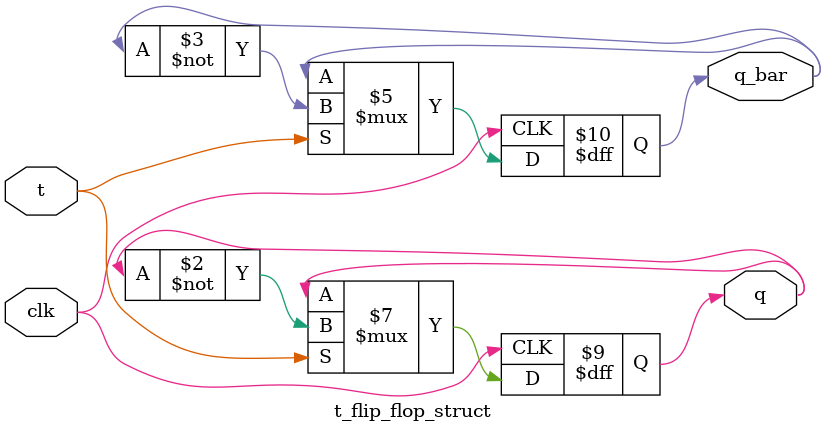
<source format=v>
module asynchronous_4bit_up_counter_struct(
  input t, clk,
  output [3:0] q,q_bar
);
  wire [3:0]qint,qbint;

  // Note: use q_bar chain for UP counter
  t_flip_flop_struct tff0(t, clk,     qint[0], qbint[0]);
  t_flip_flop_struct tff1(t, qbint[0], qint[1], qbint[1]);
  t_flip_flop_struct tff2(t, qbint[1], qint[2], qbint[2]);
  t_flip_flop_struct tff3(t, qbint[2], qint[3], qbint[3]);

  assign q = qint;
  assign q_bar = qbint;
  
endmodule


// T flip-flop (structural style, uses behavioral always inside)
module t_flip_flop_struct(
  input t, clk,
  output reg q, q_bar
);
  initial begin
    q = 0;
    q_bar = 1;
  end

  always @(posedge clk) begin
    if (t) begin
      q <= ~q;
      q_bar <= ~q_bar;
    end
  end
endmodule

</source>
